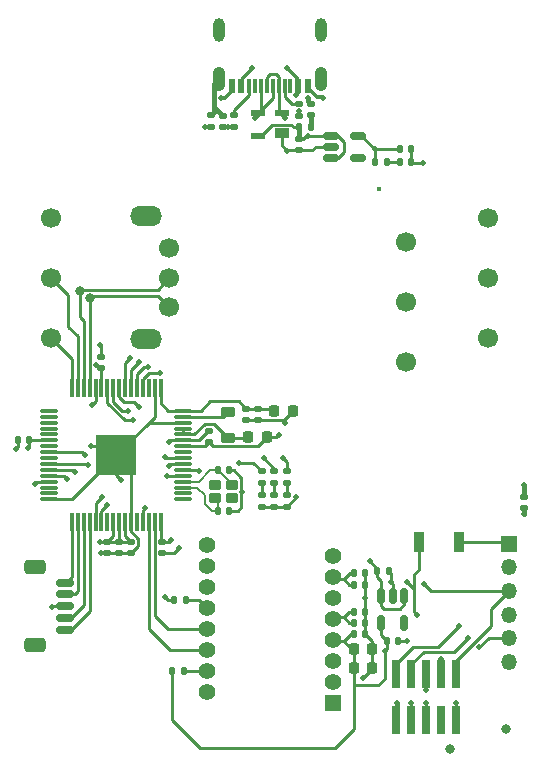
<source format=gbr>
%TF.GenerationSoftware,KiCad,Pcbnew,6.0.9+dfsg-1*%
%TF.CreationDate,2023-01-18T23:30:58-08:00*%
%TF.ProjectId,redshift,72656473-6869-4667-942e-6b696361645f,0.2*%
%TF.SameCoordinates,Original*%
%TF.FileFunction,Copper,L1,Top*%
%TF.FilePolarity,Positive*%
%FSLAX46Y46*%
G04 Gerber Fmt 4.6, Leading zero omitted, Abs format (unit mm)*
G04 Created by KiCad (PCBNEW 6.0.9+dfsg-1) date 2023-01-18 23:30:58*
%MOMM*%
%LPD*%
G01*
G04 APERTURE LIST*
G04 Aperture macros list*
%AMRoundRect*
0 Rectangle with rounded corners*
0 $1 Rounding radius*
0 $2 $3 $4 $5 $6 $7 $8 $9 X,Y pos of 4 corners*
0 Add a 4 corners polygon primitive as box body*
4,1,4,$2,$3,$4,$5,$6,$7,$8,$9,$2,$3,0*
0 Add four circle primitives for the rounded corners*
1,1,$1+$1,$2,$3*
1,1,$1+$1,$4,$5*
1,1,$1+$1,$6,$7*
1,1,$1+$1,$8,$9*
0 Add four rect primitives between the rounded corners*
20,1,$1+$1,$2,$3,$4,$5,0*
20,1,$1+$1,$4,$5,$6,$7,0*
20,1,$1+$1,$6,$7,$8,$9,0*
20,1,$1+$1,$8,$9,$2,$3,0*%
G04 Aperture macros list end*
%TA.AperFunction,SMDPad,CuDef*%
%ADD10RoundRect,0.225000X-0.225000X-0.250000X0.225000X-0.250000X0.225000X0.250000X-0.225000X0.250000X0*%
%TD*%
%TA.AperFunction,SMDPad,CuDef*%
%ADD11RoundRect,0.135000X0.185000X-0.135000X0.185000X0.135000X-0.185000X0.135000X-0.185000X-0.135000X0*%
%TD*%
%TA.AperFunction,SMDPad,CuDef*%
%ADD12RoundRect,0.147500X0.147500X0.172500X-0.147500X0.172500X-0.147500X-0.172500X0.147500X-0.172500X0*%
%TD*%
%TA.AperFunction,SMDPad,CuDef*%
%ADD13RoundRect,0.140000X0.140000X0.170000X-0.140000X0.170000X-0.140000X-0.170000X0.140000X-0.170000X0*%
%TD*%
%TA.AperFunction,SMDPad,CuDef*%
%ADD14RoundRect,0.140000X-0.170000X0.140000X-0.170000X-0.140000X0.170000X-0.140000X0.170000X0.140000X0*%
%TD*%
%TA.AperFunction,SMDPad,CuDef*%
%ADD15RoundRect,0.140000X-0.140000X-0.170000X0.140000X-0.170000X0.140000X0.170000X-0.140000X0.170000X0*%
%TD*%
%TA.AperFunction,ComponentPad*%
%ADD16C,1.700000*%
%TD*%
%TA.AperFunction,ComponentPad*%
%ADD17O,2.700000X1.700000*%
%TD*%
%TA.AperFunction,SMDPad,CuDef*%
%ADD18R,0.600000X1.150000*%
%TD*%
%TA.AperFunction,SMDPad,CuDef*%
%ADD19R,0.300000X1.150000*%
%TD*%
%TA.AperFunction,ComponentPad*%
%ADD20O,1.050000X2.100000*%
%TD*%
%TA.AperFunction,ComponentPad*%
%ADD21O,1.000000X2.000000*%
%TD*%
%TA.AperFunction,SMDPad,CuDef*%
%ADD22RoundRect,0.218750X-0.381250X0.218750X-0.381250X-0.218750X0.381250X-0.218750X0.381250X0.218750X0*%
%TD*%
%TA.AperFunction,SMDPad,CuDef*%
%ADD23RoundRect,0.147500X-0.172500X0.147500X-0.172500X-0.147500X0.172500X-0.147500X0.172500X0.147500X0*%
%TD*%
%TA.AperFunction,SMDPad,CuDef*%
%ADD24RoundRect,0.150000X-0.150000X0.512500X-0.150000X-0.512500X0.150000X-0.512500X0.150000X0.512500X0*%
%TD*%
%TA.AperFunction,SMDPad,CuDef*%
%ADD25RoundRect,0.140000X0.170000X-0.140000X0.170000X0.140000X-0.170000X0.140000X-0.170000X-0.140000X0*%
%TD*%
%TA.AperFunction,SMDPad,CuDef*%
%ADD26RoundRect,0.127500X-0.347500X-0.297500X0.347500X-0.297500X0.347500X0.297500X-0.347500X0.297500X0*%
%TD*%
%TA.AperFunction,SMDPad,CuDef*%
%ADD27RoundRect,0.127500X0.347500X0.297500X-0.347500X0.297500X-0.347500X-0.297500X0.347500X-0.297500X0*%
%TD*%
%TA.AperFunction,SMDPad,CuDef*%
%ADD28RoundRect,0.150000X-0.512500X-0.150000X0.512500X-0.150000X0.512500X0.150000X-0.512500X0.150000X0*%
%TD*%
%TA.AperFunction,SMDPad,CuDef*%
%ADD29RoundRect,0.011200X0.128800X-0.723800X0.128800X0.723800X-0.128800X0.723800X-0.128800X-0.723800X0*%
%TD*%
%TA.AperFunction,SMDPad,CuDef*%
%ADD30RoundRect,0.050400X0.684600X-0.089600X0.684600X0.089600X-0.684600X0.089600X-0.684600X-0.089600X0*%
%TD*%
%TA.AperFunction,SMDPad,CuDef*%
%ADD31R,3.410000X3.410000*%
%TD*%
%TA.AperFunction,SMDPad,CuDef*%
%ADD32RoundRect,0.135000X-0.135000X-0.185000X0.135000X-0.185000X0.135000X0.185000X-0.135000X0.185000X0*%
%TD*%
%TA.AperFunction,SMDPad,CuDef*%
%ADD33R,0.900000X1.700000*%
%TD*%
%TA.AperFunction,SMDPad,CuDef*%
%ADD34RoundRect,0.135000X-0.185000X0.135000X-0.185000X-0.135000X0.185000X-0.135000X0.185000X0.135000X0*%
%TD*%
%TA.AperFunction,SMDPad,CuDef*%
%ADD35RoundRect,0.150000X0.625000X-0.150000X0.625000X0.150000X-0.625000X0.150000X-0.625000X-0.150000X0*%
%TD*%
%TA.AperFunction,SMDPad,CuDef*%
%ADD36RoundRect,0.250000X0.650000X-0.350000X0.650000X0.350000X-0.650000X0.350000X-0.650000X-0.350000X0*%
%TD*%
%TA.AperFunction,SMDPad,CuDef*%
%ADD37R,0.740000X2.400000*%
%TD*%
%TA.AperFunction,ComponentPad*%
%ADD38R,1.350000X1.350000*%
%TD*%
%TA.AperFunction,ComponentPad*%
%ADD39O,1.350000X1.350000*%
%TD*%
%TA.AperFunction,SMDPad,CuDef*%
%ADD40R,1.168400X0.889000*%
%TD*%
%TA.AperFunction,SMDPad,CuDef*%
%ADD41R,1.168400X0.482600*%
%TD*%
%TA.AperFunction,ComponentPad*%
%ADD42R,1.400000X1.400000*%
%TD*%
%TA.AperFunction,ComponentPad*%
%ADD43C,1.400000*%
%TD*%
%TA.AperFunction,SMDPad,CuDef*%
%ADD44RoundRect,0.147500X0.172500X-0.147500X0.172500X0.147500X-0.172500X0.147500X-0.172500X-0.147500X0*%
%TD*%
%TA.AperFunction,ViaPad*%
%ADD45C,0.450000*%
%TD*%
%TA.AperFunction,ViaPad*%
%ADD46C,0.500000*%
%TD*%
%TA.AperFunction,ViaPad*%
%ADD47C,0.800000*%
%TD*%
%TA.AperFunction,Conductor*%
%ADD48C,0.250000*%
%TD*%
%TA.AperFunction,Conductor*%
%ADD49C,0.200000*%
%TD*%
%TA.AperFunction,Conductor*%
%ADD50C,0.450000*%
%TD*%
%TA.AperFunction,Conductor*%
%ADD51C,0.350000*%
%TD*%
%TA.AperFunction,Conductor*%
%ADD52C,0.400000*%
%TD*%
G04 APERTURE END LIST*
D10*
%TO.P,C25,1*%
%TO.N,+1V9*%
X144625000Y-111000000D03*
%TO.P,C25,2*%
%TO.N,GND*%
X146175000Y-111000000D03*
%TD*%
D11*
%TO.P,R6,1*%
%TO.N,+3V3*%
X136850000Y-97385000D03*
%TO.P,R6,2*%
%TO.N,Net-(D4-Pad2)*%
X136850000Y-96365000D03*
%TD*%
D12*
%TO.P,FB1,1*%
%TO.N,/VBUS_F_*%
X140985000Y-65250000D03*
%TO.P,FB1,2*%
%TO.N,+5V*%
X140015000Y-65250000D03*
%TD*%
D13*
%TO.P,C24,1*%
%TO.N,+3V3*%
X117105000Y-91750000D03*
%TO.P,C24,2*%
%TO.N,GND*%
X116145000Y-91750000D03*
%TD*%
D10*
%TO.P,C11,1*%
%TO.N,/VBAT*%
X137900000Y-89300000D03*
%TO.P,C11,2*%
%TO.N,+3V3*%
X139450000Y-89300000D03*
%TD*%
D11*
%TO.P,R5,1*%
%TO.N,+3V3*%
X138950000Y-97385000D03*
%TO.P,R5,2*%
%TO.N,Net-(D3-Pad2)*%
X138950000Y-96365000D03*
%TD*%
D14*
%TO.P,C13,1*%
%TO.N,/VBAT*%
X135475000Y-89070000D03*
%TO.P,C13,2*%
%TO.N,+3V3*%
X135475000Y-90030000D03*
%TD*%
D15*
%TO.P,C10,1*%
%TO.N,+3V3*%
X148520000Y-67100000D03*
%TO.P,C10,2*%
%TO.N,GND*%
X149480000Y-67100000D03*
%TD*%
D14*
%TO.P,C8,1*%
%TO.N,+5V*%
X140000000Y-66250000D03*
%TO.P,C8,2*%
%TO.N,GND*%
X140000000Y-67210000D03*
%TD*%
D16*
%TO.P,ENC1,A,A*%
%TO.N,/ENC_A*%
X129000000Y-80500000D03*
%TO.P,ENC1,B,B*%
%TO.N,/ENC_B*%
X129000000Y-78000000D03*
%TO.P,ENC1,C,C*%
%TO.N,GND*%
X129000000Y-75500000D03*
D17*
%TO.P,ENC1,MP*%
%TO.N,N/C*%
X127000000Y-72800000D03*
X127000000Y-83200000D03*
%TD*%
D10*
%TO.P,C14,1*%
%TO.N,/1v2*%
X135675000Y-91500000D03*
%TO.P,C14,2*%
%TO.N,GND*%
X137225000Y-91500000D03*
%TD*%
%TO.P,C20,1*%
%TO.N,+1V9*%
X144625000Y-109400000D03*
%TO.P,C20,2*%
%TO.N,GND*%
X146175000Y-109400000D03*
%TD*%
D18*
%TO.P,J1,A1,GND*%
%TO.N,GND*%
X140700000Y-61755000D03*
%TO.P,J1,A4,VBUS*%
%TO.N,/VBUS_*%
X139900000Y-61755000D03*
D19*
%TO.P,J1,A5,CC1*%
%TO.N,Net-(J1-PadA5)*%
X138750000Y-61755000D03*
%TO.P,J1,A6,D+*%
%TO.N,/USB_D+*%
X137750000Y-61755000D03*
%TO.P,J1,A7,D-*%
%TO.N,/USB_D-*%
X137250000Y-61755000D03*
%TO.P,J1,A8,SBU1*%
%TO.N,unconnected-(J1-PadA8)*%
X136250000Y-61755000D03*
D18*
%TO.P,J1,A9,VBUS*%
%TO.N,/VBUS_*%
X135100000Y-61755000D03*
%TO.P,J1,A12,GND*%
%TO.N,GND*%
X134300000Y-61755000D03*
%TO.P,J1,B1,GND*%
X134300000Y-61755000D03*
%TO.P,J1,B4,VBUS*%
%TO.N,/VBUS_*%
X135100000Y-61755000D03*
D19*
%TO.P,J1,B5,CC2*%
%TO.N,Net-(J1-PadB5)*%
X135750000Y-61755000D03*
%TO.P,J1,B6,D+*%
%TO.N,/USB_D+*%
X136750000Y-61755000D03*
%TO.P,J1,B7,D-*%
%TO.N,/USB_D-*%
X138250000Y-61755000D03*
%TO.P,J1,B8,SBU2*%
%TO.N,unconnected-(J1-PadB8)*%
X139250000Y-61755000D03*
D18*
%TO.P,J1,B9,VBUS*%
%TO.N,/VBUS_*%
X139900000Y-61755000D03*
%TO.P,J1,B12,GND*%
%TO.N,GND*%
X140700000Y-61755000D03*
D20*
%TO.P,J1,S1,SHIELD*%
%TO.N,/SH*%
X141820000Y-61180000D03*
D21*
%TO.P,J1,S2,SHIELD*%
X141820000Y-57000000D03*
%TO.P,J1,S3,SHIELD*%
X133180000Y-57000000D03*
D20*
%TO.P,J1,S4,SHIELD*%
X133180000Y-61180000D03*
%TD*%
D22*
%TO.P,L1,1,1*%
%TO.N,/_1v2*%
X133925000Y-89387500D03*
%TO.P,L1,2,2*%
%TO.N,/1v2*%
X133925000Y-91512500D03*
%TD*%
D23*
%TO.P,D4,1,K*%
%TO.N,/USER_LED*%
X136850000Y-94390000D03*
%TO.P,D4,2,A*%
%TO.N,Net-(D4-Pad2)*%
X136850000Y-95360000D03*
%TD*%
D15*
%TO.P,C2,1*%
%TO.N,+5V*%
X146620000Y-102800000D03*
%TO.P,C2,2*%
%TO.N,GND*%
X147580000Y-102800000D03*
%TD*%
D24*
%TO.P,U3,1,EN*%
%TO.N,+5V*%
X148850000Y-104962500D03*
%TO.P,U3,2,GND*%
%TO.N,GND*%
X147900000Y-104962500D03*
%TO.P,U3,3,IN*%
%TO.N,+5V*%
X146950000Y-104962500D03*
%TO.P,U3,4,OUT*%
%TO.N,+1V9*%
X146950000Y-107237500D03*
%TO.P,U3,5,NC*%
%TO.N,unconnected-(U3-Pad5)*%
X148850000Y-107237500D03*
%TD*%
D25*
%TO.P,C4,1*%
%TO.N,+3V3*%
X123250000Y-85655000D03*
%TO.P,C4,2*%
%TO.N,GND*%
X123250000Y-84695000D03*
%TD*%
D15*
%TO.P,C15,1*%
%TO.N,/XTAL+*%
X133120000Y-94300000D03*
%TO.P,C15,2*%
%TO.N,GND*%
X134080000Y-94300000D03*
%TD*%
D11*
%TO.P,R4,1*%
%TO.N,+3V3*%
X137900000Y-97385000D03*
%TO.P,R4,2*%
%TO.N,Net-(D2-Pad2)*%
X137900000Y-96365000D03*
%TD*%
D26*
%TO.P,Y1,1,1*%
%TO.N,/XTAL+*%
X134300000Y-95500000D03*
D27*
%TO.P,Y1,2,2*%
%TO.N,unconnected-(Y1-Pad2)*%
X132850000Y-95500000D03*
%TO.P,Y1,3,3*%
%TO.N,/XTAL-*%
X132850000Y-96650000D03*
%TO.P,Y1,4*%
%TO.N,N/C*%
X134300000Y-96650000D03*
%TD*%
D14*
%TO.P,C1,1*%
%TO.N,/SH*%
X133500000Y-64270000D03*
%TO.P,C1,2*%
%TO.N,GND*%
X133500000Y-65230000D03*
%TD*%
D28*
%TO.P,U2,1,VIN*%
%TO.N,+5V*%
X142662500Y-65950000D03*
%TO.P,U2,2,GND*%
%TO.N,GND*%
X142662500Y-66900000D03*
%TO.P,U2,3,EN*%
%TO.N,+5V*%
X142662500Y-67850000D03*
%TO.P,U2,4*%
%TO.N,N/C*%
X144937500Y-67850000D03*
%TO.P,U2,5,VOUT*%
%TO.N,+3V3*%
X144937500Y-65950000D03*
%TD*%
D29*
%TO.P,U4,1,PIO0_7*%
%TO.N,/SW5_NO*%
X120750000Y-98670000D03*
%TO.P,U4,2,PIO0_1*%
%TO.N,/SW5_NC*%
X121250000Y-98670000D03*
%TO.P,U4,3,PIO0_17*%
%TO.N,/SW4_NC*%
X121750000Y-98670000D03*
%TO.P,U4,4,PIO1_0/ADC0_11*%
%TO.N,/SW4_NO*%
X122250000Y-98670000D03*
%TO.P,U4,5,PIO0_12/ADC0_10*%
%TO.N,/SWDIO*%
X122750000Y-98670000D03*
%TO.P,U4,6,PIO0_11/ADC0_9*%
%TO.N,/SWCLK*%
X123250000Y-98670000D03*
%TO.P,U4,7,PIO0_16/ADC0_8*%
%TO.N,unconnected-(U4-Pad7)*%
X123750000Y-98670000D03*
%TO.P,U4,8,VDD_1*%
%TO.N,+3V3*%
X124250000Y-98670000D03*
%TO.P,U4,9,VDDA*%
X124750000Y-98670000D03*
%TO.P,U4,10,VREFP*%
X125250000Y-98670000D03*
%TO.P,U4,11,VSSA*%
%TO.N,GND*%
X125750000Y-98670000D03*
%TO.P,U4,12,PIO0_23/ADC0_0*%
%TO.N,unconnected-(U4-Pad12)*%
X126250000Y-98670000D03*
%TO.P,U4,13,PIO0_10/ADC0_1*%
%TO.N,/SWO*%
X126750000Y-98670000D03*
%TO.P,U4,14,PIO0_15/ADC0_2*%
%TO.N,/SNSR_RST*%
X127250000Y-98670000D03*
%TO.P,U4,15,PIO0_31/ADC0_3*%
%TO.N,/FC0_CS1*%
X127750000Y-98670000D03*
%TO.P,U4,16,VDD_2*%
%TO.N,+3V3*%
X128250000Y-98670000D03*
D30*
%TO.P,U4,17,PIO0_8*%
%TO.N,unconnected-(U4-Pad17)*%
X130170000Y-96750000D03*
%TO.P,U4,18,PIO0_27*%
%TO.N,unconnected-(U4-Pad18)*%
X130170000Y-96250000D03*
%TO.P,U4,19,XTAL32M_N*%
%TO.N,/XTAL-*%
X130170000Y-95750000D03*
%TO.P,U4,20,XTAL32M_P*%
%TO.N,/XTAL+*%
X130170000Y-95250000D03*
%TO.P,U4,21,RESETN*%
%TO.N,/RESET*%
X130170000Y-94750000D03*
%TO.P,U4,22,USB1_VSS*%
%TO.N,GND*%
X130170000Y-94250000D03*
%TO.P,U4,23,USB1_DP*%
%TO.N,/USB_D+*%
X130170000Y-93750000D03*
%TO.P,U4,24,USB1_DM*%
%TO.N,/USB_D-*%
X130170000Y-93250000D03*
%TO.P,U4,25,USB1_VBUS*%
%TO.N,unconnected-(U4-Pad25)*%
X130170000Y-92750000D03*
%TO.P,U4,26,USB1_VSS*%
%TO.N,GND*%
X130170000Y-92250000D03*
%TO.P,U4,27,USB1_3V3*%
%TO.N,+3V3*%
X130170000Y-91750000D03*
%TO.P,U4,28,VDD_PMU*%
%TO.N,/1v2*%
X130170000Y-91250000D03*
%TO.P,U4,29,FB*%
X130170000Y-90750000D03*
%TO.P,U4,30,VSS_DCDC*%
%TO.N,GND*%
X130170000Y-90250000D03*
%TO.P,U4,31,LX*%
%TO.N,/_1v2*%
X130170000Y-89750000D03*
%TO.P,U4,32,VBAT_DCDC*%
%TO.N,/VBAT*%
X130170000Y-89250000D03*
D29*
%TO.P,U4,33,VBAT__PMU*%
X128250000Y-87330000D03*
%TO.P,U4,34,XTAL32K_P*%
%TO.N,GND*%
X127750000Y-87330000D03*
%TO.P,U4,35,XTAL32K_N*%
%TO.N,unconnected-(U4-Pad35)*%
X127250000Y-87330000D03*
%TO.P,U4,36,PIO0_0/_ACMP0_A*%
%TO.N,/SW2_R_NC*%
X126750000Y-87330000D03*
%TO.P,U4,37,PIO0_9/ACMP0_B*%
%TO.N,/SW2_R_NO*%
X126250000Y-87330000D03*
%TO.P,U4,38,PIO0_18/ACMP0_C*%
%TO.N,/SW3_M_NC*%
X125750000Y-87330000D03*
%TO.P,U4,39,PIO1_1/WAKEUP*%
%TO.N,/SW3_M_NO*%
X125250000Y-87330000D03*
%TO.P,U4,40,PIO0_26*%
%TO.N,/FAULT_LED*%
X124750000Y-87330000D03*
%TO.P,U4,41,PIO1_2*%
%TO.N,/USB1_LED*%
X124250000Y-87330000D03*
%TO.P,U4,42,PIO1_3*%
%TO.N,/USER_LED*%
X123750000Y-87330000D03*
%TO.P,U4,43,VDD_3*%
%TO.N,+3V3*%
X123250000Y-87330000D03*
%TO.P,U4,44,PIO0_28/WAKEUP*%
%TO.N,/FC0_SCK*%
X122750000Y-87330000D03*
%TO.P,U4,45,PIO0_24*%
%TO.N,/ENC_A*%
X122250000Y-87330000D03*
%TO.P,U4,46,PIO0_13*%
%TO.N,/ENC_B*%
X121750000Y-87330000D03*
%TO.P,U4,47,PIO0_14*%
%TO.N,/SW1_L_NO*%
X121250000Y-87330000D03*
%TO.P,U4,48,PIO0_20*%
%TO.N,/SW1_L_NC*%
X120750000Y-87330000D03*
D30*
%TO.P,U4,49,PIO0_21*%
%TO.N,unconnected-(U4-Pad49)*%
X118830000Y-89250000D03*
%TO.P,U4,50,PIO0_22*%
%TO.N,unconnected-(U4-Pad50)*%
X118830000Y-89750000D03*
%TO.P,U4,51,PIO0_25*%
%TO.N,unconnected-(U4-Pad51)*%
X118830000Y-90250000D03*
%TO.P,U4,52,PIO0_2/TRST*%
%TO.N,unconnected-(U4-Pad52)*%
X118830000Y-90750000D03*
%TO.P,U4,53,PIO0_3/TCK*%
%TO.N,unconnected-(U4-Pad53)*%
X118830000Y-91250000D03*
%TO.P,U4,54,VDD_4*%
%TO.N,+3V3*%
X118830000Y-91750000D03*
%TO.P,U4,55,PIO0_4/TMS*%
%TO.N,unconnected-(U4-Pad55)*%
X118830000Y-92250000D03*
%TO.P,U4,56,PIO0_5/TDI*%
%TO.N,/ISP*%
X118830000Y-92750000D03*
%TO.P,U4,57,PIO0_6/TDO*%
%TO.N,unconnected-(U4-Pad57)*%
X118830000Y-93250000D03*
%TO.P,U4,58,PIO0_19*%
%TO.N,/SNSR_MTN*%
X118830000Y-93750000D03*
%TO.P,U4,59,PIO0_29*%
%TO.N,/FC0_MOSI*%
X118830000Y-94250000D03*
%TO.P,U4,60,PIO0_30*%
%TO.N,/FC0_MISO*%
X118830000Y-94750000D03*
%TO.P,U4,61,USB0_3V3*%
%TO.N,+3V3*%
X118830000Y-95250000D03*
%TO.P,U4,62,USB0_DP*%
%TO.N,unconnected-(U4-Pad62)*%
X118830000Y-95750000D03*
%TO.P,U4,63,USB0_DM*%
%TO.N,unconnected-(U4-Pad63)*%
X118830000Y-96250000D03*
%TO.P,U4,64,USB0_VSS*%
%TO.N,GND*%
X118830000Y-96750000D03*
D31*
%TO.P,U4,65,VSS*%
X124500000Y-93000000D03*
%TD*%
D15*
%TO.P,C23,1*%
%TO.N,/XTAL-*%
X133095000Y-97750000D03*
%TO.P,C23,2*%
%TO.N,GND*%
X134055000Y-97750000D03*
%TD*%
D14*
%TO.P,C6,1*%
%TO.N,+3V3*%
X123750000Y-100345000D03*
%TO.P,C6,2*%
%TO.N,GND*%
X123750000Y-101305000D03*
%TD*%
%TO.P,C12,1*%
%TO.N,/VBAT*%
X136475000Y-89070000D03*
%TO.P,C12,2*%
%TO.N,+3V3*%
X136475000Y-90030000D03*
%TD*%
D32*
%TO.P,R7,1*%
%TO.N,+1V9*%
X129240000Y-111300000D03*
%TO.P,R7,2*%
%TO.N,Net-(R7-Pad2)*%
X130260000Y-111300000D03*
%TD*%
D23*
%TO.P,D3,1,K*%
%TO.N,/FAULT_LED*%
X138950000Y-94390000D03*
%TO.P,D3,2,A*%
%TO.N,Net-(D3-Pad2)*%
X138950000Y-95360000D03*
%TD*%
D33*
%TO.P,SW4,1,1*%
%TO.N,/ISP*%
X150100000Y-100350000D03*
%TO.P,SW4,2,2*%
%TO.N,GND*%
X153500000Y-100350000D03*
%TD*%
D15*
%TO.P,C22,1*%
%TO.N,Net-(C21-Pad1)*%
X144620000Y-106250000D03*
%TO.P,C22,2*%
%TO.N,GND*%
X145580000Y-106250000D03*
%TD*%
D23*
%TO.P,D2,1,K*%
%TO.N,/USB1_LED*%
X137900000Y-94390000D03*
%TO.P,D2,2,A*%
%TO.N,Net-(D2-Pad2)*%
X137900000Y-95360000D03*
%TD*%
%TO.P,D7,1,K*%
%TO.N,/VBUS_*%
X159000000Y-96515000D03*
%TO.P,D7,2,A*%
%TO.N,/DBG_VIN*%
X159000000Y-97485000D03*
%TD*%
D16*
%TO.P,SW3,1,C*%
%TO.N,GND*%
X149000000Y-74920000D03*
%TO.P,SW3,2,NO*%
%TO.N,/SW3_M_NO*%
X149000000Y-80000000D03*
%TO.P,SW3,3,NC*%
%TO.N,/SW3_M_NC*%
X149000000Y-85080000D03*
%TD*%
D14*
%TO.P,C9,1*%
%TO.N,+3V3*%
X132375000Y-90970000D03*
%TO.P,C9,2*%
%TO.N,GND*%
X132375000Y-91930000D03*
%TD*%
D34*
%TO.P,R1,1*%
%TO.N,/SH*%
X132500000Y-64240000D03*
%TO.P,R1,2*%
%TO.N,GND*%
X132500000Y-65260000D03*
%TD*%
D14*
%TO.P,C3,1*%
%TO.N,+3V3*%
X128350000Y-100345000D03*
%TO.P,C3,2*%
%TO.N,GND*%
X128350000Y-101305000D03*
%TD*%
D11*
%TO.P,R2,1*%
%TO.N,GND*%
X140000000Y-64260000D03*
%TO.P,R2,2*%
%TO.N,Net-(J1-PadA5)*%
X140000000Y-63240000D03*
%TD*%
D12*
%TO.P,D6,1,K*%
%TO.N,GND*%
X149485000Y-68200000D03*
%TO.P,D6,2,A*%
%TO.N,Net-(D6-Pad2)*%
X148515000Y-68200000D03*
%TD*%
D13*
%TO.P,C17,1*%
%TO.N,GND*%
X145580000Y-102950000D03*
%TO.P,C17,2*%
%TO.N,+3V3*%
X144620000Y-102950000D03*
%TD*%
D15*
%TO.P,C7,1*%
%TO.N,+1V9*%
X147420000Y-108700000D03*
%TO.P,C7,2*%
%TO.N,GND*%
X148380000Y-108700000D03*
%TD*%
D14*
%TO.P,C5,1*%
%TO.N,+3V3*%
X124750000Y-100345000D03*
%TO.P,C5,2*%
%TO.N,GND*%
X124750000Y-101305000D03*
%TD*%
%TO.P,C16,1*%
%TO.N,+3V3*%
X125750000Y-100345000D03*
%TO.P,C16,2*%
%TO.N,GND*%
X125750000Y-101305000D03*
%TD*%
D32*
%TO.P,R8,1*%
%TO.N,+3V3*%
X129365000Y-105300000D03*
%TO.P,R8,2*%
%TO.N,/FC0_MISO*%
X130385000Y-105300000D03*
%TD*%
D35*
%TO.P,J2,1,Pin_1*%
%TO.N,/SW4_NO*%
X120125000Y-107800000D03*
%TO.P,J2,2,Pin_2*%
%TO.N,/SW4_NC*%
X120125000Y-106800000D03*
%TO.P,J2,3,Pin_3*%
%TO.N,GND*%
X120125000Y-105800000D03*
%TO.P,J2,4,Pin_4*%
%TO.N,/SW5_NC*%
X120125000Y-104800000D03*
%TO.P,J2,5,Pin_5*%
%TO.N,/SW5_NO*%
X120125000Y-103800000D03*
D36*
%TO.P,J2,MP*%
%TO.N,N/C*%
X117600000Y-109100000D03*
X117600000Y-102500000D03*
%TD*%
D37*
%TO.P,J4,1,VTref*%
%TO.N,/DBG_VIN*%
X148210000Y-115450000D03*
%TO.P,J4,2,SWDIO/TMS*%
%TO.N,/SWDIO*%
X148210000Y-111550000D03*
%TO.P,J4,3,GND*%
%TO.N,GND*%
X149480000Y-115450000D03*
%TO.P,J4,4,SWDCLK/TCK*%
%TO.N,/SWCLK*%
X149480000Y-111550000D03*
%TO.P,J4,5,GND*%
%TO.N,GND*%
X150750000Y-115450000D03*
%TO.P,J4,6,SWO/TDO*%
%TO.N,/SWO*%
X150750000Y-111550000D03*
%TO.P,J4,7,KEY*%
%TO.N,unconnected-(J4-Pad7)*%
X152020000Y-115450000D03*
%TO.P,J4,8,NC/TDI*%
%TO.N,/ISP*%
X152020000Y-111550000D03*
%TO.P,J4,9,GNDDetect*%
%TO.N,GND*%
X153290000Y-115450000D03*
%TO.P,J4,10,~{RESET}*%
%TO.N,/RESET*%
X153290000Y-111550000D03*
%TD*%
D38*
%TO.P,J3,1,Pin_1*%
%TO.N,GND*%
X157750000Y-100500000D03*
D39*
%TO.P,J3,2,Pin_2*%
%TO.N,/DBG_VIN*%
X157750000Y-102500000D03*
%TO.P,J3,3,Pin_3*%
%TO.N,/RESET*%
X157750000Y-104500000D03*
%TO.P,J3,4,Pin_4*%
%TO.N,/SWDIO*%
X157750000Y-106500000D03*
%TO.P,J3,5,Pin_5*%
%TO.N,/SWO*%
X157750000Y-108500000D03*
%TO.P,J3,6,Pin_6*%
%TO.N,/SWCLK*%
X157750000Y-110500000D03*
%TD*%
D13*
%TO.P,C18,1*%
%TO.N,GND*%
X145580000Y-104000000D03*
%TO.P,C18,2*%
%TO.N,+3V3*%
X144620000Y-104000000D03*
%TD*%
D40*
%TO.P,D1,1,GND*%
%TO.N,GND*%
X138516343Y-65746800D03*
D41*
%TO.P,D1,2,I/O1*%
%TO.N,/USB_D-*%
X138516343Y-64050000D03*
%TO.P,D1,3,I/O2*%
%TO.N,/USB_D+*%
X136484343Y-64049999D03*
%TO.P,D1,4,VCC*%
%TO.N,+5V*%
X136484343Y-65950001D03*
%TD*%
D42*
%TO.P,U1,1*%
%TO.N,N/C*%
X142850000Y-113985000D03*
D43*
%TO.P,U1,2*%
X142850000Y-112205000D03*
%TO.P,U1,3,GND*%
%TO.N,GND*%
X142850000Y-110425000D03*
%TO.P,U1,4,VDD*%
%TO.N,+1V9*%
X142850000Y-108645000D03*
%TO.P,U1,5,VDDPIX*%
%TO.N,Net-(C21-Pad1)*%
X142850000Y-106865000D03*
%TO.P,U1,6,GPO*%
%TO.N,unconnected-(U1-Pad6)*%
X142850000Y-105085000D03*
%TO.P,U1,7,VDDIO*%
%TO.N,+3V3*%
X142850000Y-103305000D03*
%TO.P,U1,8,GND*%
%TO.N,GND*%
X142850000Y-101525000D03*
%TO.P,U1,9,MOTION*%
%TO.N,/SNSR_MTN*%
X132150000Y-100635000D03*
%TO.P,U1,10,SCLK*%
%TO.N,/FC0_SCK*%
X132150000Y-102415000D03*
%TO.P,U1,11,MOSI*%
%TO.N,/FC0_MOSI*%
X132150000Y-104195000D03*
%TO.P,U1,12,MISO*%
%TO.N,/FC0_MISO*%
X132150000Y-105975000D03*
%TO.P,U1,13,~{CS}*%
%TO.N,/FC0_CS1*%
X132150000Y-107755000D03*
%TO.P,U1,14,~{RESET}*%
%TO.N,/SNSR_RST*%
X132150000Y-109535000D03*
%TO.P,U1,15,LED_P*%
%TO.N,Net-(R7-Pad2)*%
X132150000Y-111315000D03*
%TO.P,U1,16*%
%TO.N,N/C*%
X132150000Y-113095000D03*
%TD*%
D15*
%TO.P,C19,1*%
%TO.N,+1V9*%
X144620000Y-108150000D03*
%TO.P,C19,2*%
%TO.N,GND*%
X145580000Y-108150000D03*
%TD*%
D16*
%TO.P,SW2,1,C*%
%TO.N,GND*%
X156000000Y-72920000D03*
%TO.P,SW2,2,NO*%
%TO.N,/SW2_R_NO*%
X156000000Y-78000000D03*
%TO.P,SW2,3,NC*%
%TO.N,/SW2_R_NC*%
X156000000Y-83080000D03*
%TD*%
D44*
%TO.P,F1,1*%
%TO.N,/VBUS_F_*%
X141000000Y-64235000D03*
%TO.P,F1,2*%
%TO.N,/VBUS_*%
X141000000Y-63265000D03*
%TD*%
D32*
%TO.P,R13,1*%
%TO.N,+3V3*%
X146390000Y-68200000D03*
%TO.P,R13,2*%
%TO.N,Net-(D6-Pad2)*%
X147410000Y-68200000D03*
%TD*%
D15*
%TO.P,C21,1*%
%TO.N,Net-(C21-Pad1)*%
X144620000Y-107200000D03*
%TO.P,C21,2*%
%TO.N,GND*%
X145580000Y-107200000D03*
%TD*%
D16*
%TO.P,SW1,1,C*%
%TO.N,GND*%
X119000000Y-72920000D03*
%TO.P,SW1,2,NO*%
%TO.N,/SW1_L_NO*%
X119000000Y-78000000D03*
%TO.P,SW1,3,NC*%
%TO.N,/SW1_L_NC*%
X119000000Y-83080000D03*
%TD*%
D11*
%TO.P,R3,1*%
%TO.N,GND*%
X134500000Y-65260000D03*
%TO.P,R3,2*%
%TO.N,Net-(J1-PadB5)*%
X134500000Y-64240000D03*
%TD*%
D45*
%TO.N,+5V*%
X146750000Y-70500000D03*
D46*
X140700000Y-66000000D03*
X146000000Y-102000000D03*
%TO.N,+3V3*%
X138800000Y-90325000D03*
X129150000Y-100225000D03*
X122774500Y-85400000D03*
X146400000Y-67100000D03*
X129000000Y-91925000D03*
X123155000Y-100345000D03*
X117025000Y-92400000D03*
X117625000Y-95425000D03*
X128625000Y-105050000D03*
X139750000Y-96575000D03*
D47*
X157475000Y-116175000D03*
D46*
%TO.N,+1V9*%
X147250000Y-109550000D03*
%TO.N,/USB_D+*%
X136250000Y-64500000D03*
X128975000Y-93925000D03*
%TO.N,/USB_D-*%
X138750000Y-64500000D03*
X128600000Y-93175000D03*
%TO.N,/VBUS_*%
X136000000Y-60250000D03*
X159000000Y-95500000D03*
X140718767Y-62781233D03*
X139000000Y-60250000D03*
X139759355Y-62504544D03*
%TO.N,/USB1_LED*%
X137025000Y-93275000D03*
X125500000Y-89250000D03*
%TO.N,/RESET*%
X150550000Y-103900000D03*
X128825000Y-94800000D03*
%TO.N,GND*%
X142000000Y-62750000D03*
X129825000Y-100850000D03*
X134000000Y-65250000D03*
X131525000Y-94350000D03*
X150750000Y-114000000D03*
X139000000Y-67250000D03*
X119025000Y-105825000D03*
D47*
X152750000Y-117875000D03*
D46*
X138250000Y-91275000D03*
X153250000Y-114000000D03*
X150500000Y-68250000D03*
X145400000Y-111900000D03*
X149500000Y-114000000D03*
X149100000Y-108750000D03*
X123195000Y-101305000D03*
X124925000Y-95150000D03*
X140000000Y-63909500D03*
X135128530Y-96137233D03*
X116000000Y-92450000D03*
X132000000Y-65250000D03*
X147750000Y-103750000D03*
X145580000Y-105080000D03*
X123150000Y-83700000D03*
X122325000Y-92250000D03*
X133374500Y-62750000D03*
%TO.N,/FAULT_LED*%
X138625000Y-93250000D03*
X126387171Y-88904057D03*
%TO.N,/USER_LED*%
X125950000Y-90050000D03*
X134875000Y-93650000D03*
%TO.N,/SW2_R_NO*%
X127225000Y-85549500D03*
%TO.N,/SW2_R_NC*%
X128200000Y-86049500D03*
%TO.N,/SW3_M_NO*%
X125650000Y-84800000D03*
%TO.N,/SW3_M_NC*%
X126425000Y-85150000D03*
D47*
%TO.N,/ENC_B*%
X121400000Y-79075000D03*
%TO.N,/ENC_A*%
X122300000Y-79674500D03*
D46*
%TO.N,/SWO*%
X150750000Y-112874500D03*
X126925000Y-97450000D03*
X155250000Y-109274500D03*
%TO.N,/SWCLK*%
X123725000Y-97250000D03*
X154250000Y-108500000D03*
%TO.N,/SWDIO*%
X153500000Y-107500000D03*
X123275000Y-96550000D03*
%TO.N,/SNSR_MTN*%
X122125000Y-93875000D03*
%TO.N,/ISP*%
X149150000Y-103725000D03*
X150000000Y-106500000D03*
X121825000Y-92975000D03*
X152000000Y-110250000D03*
%TO.N,/DBG_VIN*%
X159000000Y-98000000D03*
X148250000Y-114000000D03*
%TO.N,/FC0_MISO*%
X120350000Y-95000000D03*
%TO.N,/FC0_SCK*%
X122450000Y-88725000D03*
%TO.N,/FC0_MOSI*%
X121024260Y-94419223D03*
%TD*%
D48*
%TO.N,GND*%
X135100000Y-96025000D02*
X135100000Y-94900000D01*
X135100000Y-94900000D02*
X134500000Y-94300000D01*
X134500000Y-94300000D02*
X134080000Y-94300000D01*
D49*
%TO.N,/XTAL+*%
X134300000Y-95500000D02*
X134300000Y-95480000D01*
X134300000Y-95480000D02*
X133120000Y-94300000D01*
X133120000Y-94300000D02*
X132471134Y-94300000D01*
X132471134Y-94300000D02*
X131521134Y-95250000D01*
X131521134Y-95250000D02*
X130170000Y-95250000D01*
D48*
%TO.N,+5V*%
X146620000Y-102800000D02*
X146620000Y-103320000D01*
X142662500Y-65950000D02*
X143250000Y-65950000D01*
X146620000Y-102620000D02*
X146620000Y-102800000D01*
X146950000Y-105750000D02*
X147200000Y-106000000D01*
X146950000Y-103650000D02*
X146950000Y-104962500D01*
D50*
X140015000Y-65250000D02*
X140015000Y-66235000D01*
D48*
X146000000Y-102000000D02*
X146620000Y-102620000D01*
X142612500Y-66000000D02*
X142662500Y-65950000D01*
X139547265Y-65250000D02*
X139325054Y-65027789D01*
X136799999Y-65950001D02*
X136434343Y-65950001D01*
X140700000Y-66000000D02*
X142612500Y-66000000D01*
X139325054Y-65027789D02*
X137722211Y-65027789D01*
D50*
X140015000Y-66235000D02*
X140000000Y-66250000D01*
D48*
X148500000Y-106000000D02*
X148850000Y-105650000D01*
X143800000Y-67300000D02*
X143250000Y-67850000D01*
X143250000Y-67850000D02*
X142662500Y-67850000D01*
X137722211Y-65027789D02*
X136799999Y-65950001D01*
X143800000Y-66500000D02*
X143800000Y-67300000D01*
X147200000Y-106000000D02*
X148500000Y-106000000D01*
X143250000Y-65950000D02*
X143800000Y-66500000D01*
X146620000Y-103320000D02*
X146950000Y-103650000D01*
X146950000Y-104962500D02*
X146950000Y-105750000D01*
X148850000Y-105650000D02*
X148850000Y-104962500D01*
X140604236Y-66000000D02*
X140700000Y-66000000D01*
X140015000Y-65250000D02*
X139547265Y-65250000D01*
X140354236Y-66250000D02*
X140604236Y-66000000D01*
%TO.N,+3V3*%
X136850000Y-97385000D02*
X137900000Y-97385000D01*
X123250000Y-85655000D02*
X123029500Y-85655000D01*
X117105000Y-92320000D02*
X117025000Y-92400000D01*
X136475000Y-90030000D02*
X135475000Y-90030000D01*
X136495000Y-90050000D02*
X136475000Y-90030000D01*
X138700000Y-90050000D02*
X136495000Y-90050000D01*
X139750000Y-96575000D02*
X139750000Y-96585000D01*
X138700000Y-90050000D02*
X138700000Y-90225000D01*
X128250000Y-100245000D02*
X128350000Y-100345000D01*
X139450000Y-89300000D02*
X138700000Y-90050000D01*
X144250000Y-104000000D02*
X143750000Y-103500000D01*
X124250000Y-99845000D02*
X124250000Y-98670000D01*
X148520000Y-67100000D02*
X146400000Y-67100000D01*
X129030000Y-100345000D02*
X128350000Y-100345000D01*
X123155000Y-100345000D02*
X123750000Y-100345000D01*
X117105000Y-91750000D02*
X118830000Y-91750000D01*
X132305000Y-90970000D02*
X132375000Y-90970000D01*
X131525000Y-91750000D02*
X132305000Y-90970000D01*
X137900000Y-97385000D02*
X138950000Y-97385000D01*
X146400000Y-67100000D02*
X146400000Y-68190000D01*
X128875000Y-105300000D02*
X128625000Y-105050000D01*
X129175000Y-91750000D02*
X130170000Y-91750000D01*
X143045000Y-103500000D02*
X142850000Y-103305000D01*
X144620000Y-104000000D02*
X144250000Y-104000000D01*
X123029500Y-85655000D02*
X122774500Y-85400000D01*
X139750000Y-96585000D02*
X138950000Y-97385000D01*
X125250000Y-98670000D02*
X125250000Y-99845000D01*
X145250000Y-65950000D02*
X146400000Y-67100000D01*
X124750000Y-100345000D02*
X125750000Y-100345000D01*
X129000000Y-91925000D02*
X129175000Y-91750000D01*
X146400000Y-68190000D02*
X146390000Y-68200000D01*
X144620000Y-102950000D02*
X144300000Y-102950000D01*
X130170000Y-91750000D02*
X131525000Y-91750000D01*
X123250000Y-87330000D02*
X123250000Y-85655000D01*
X118830000Y-95250000D02*
X117800000Y-95250000D01*
X128250000Y-98670000D02*
X128250000Y-100245000D01*
X138700000Y-90225000D02*
X138800000Y-90325000D01*
X144300000Y-102950000D02*
X143750000Y-103500000D01*
X117105000Y-91750000D02*
X117105000Y-92320000D01*
X123750000Y-100345000D02*
X124250000Y-99845000D01*
X117800000Y-95250000D02*
X117625000Y-95425000D01*
X143750000Y-103500000D02*
X143045000Y-103500000D01*
X125250000Y-99845000D02*
X125750000Y-100345000D01*
X124750000Y-100345000D02*
X124750000Y-98670000D01*
X129365000Y-105300000D02*
X128875000Y-105300000D01*
X144937500Y-65950000D02*
X145250000Y-65950000D01*
X129150000Y-100225000D02*
X129030000Y-100345000D01*
X123750000Y-100345000D02*
X124750000Y-100345000D01*
%TO.N,+1V9*%
X147250000Y-109550000D02*
X147420000Y-109380000D01*
X144625000Y-112425000D02*
X144625000Y-111825000D01*
X143050000Y-117800000D02*
X131600000Y-117800000D01*
X143050000Y-117800000D02*
X144625000Y-116225000D01*
X129240000Y-115440000D02*
X129240000Y-111300000D01*
X146700000Y-112500000D02*
X144700000Y-112500000D01*
X143750000Y-108750000D02*
X142955000Y-108750000D01*
X146950000Y-108230000D02*
X147420000Y-108700000D01*
X144400000Y-109400000D02*
X143750000Y-108750000D01*
X147420000Y-109380000D02*
X147420000Y-108700000D01*
X144700000Y-112500000D02*
X144625000Y-112425000D01*
X142955000Y-108750000D02*
X142850000Y-108645000D01*
X144350000Y-108150000D02*
X143750000Y-108750000D01*
X144625000Y-111000000D02*
X144625000Y-109400000D01*
X147250000Y-109550000D02*
X147250000Y-111950000D01*
X147250000Y-111950000D02*
X146700000Y-112500000D01*
X144625000Y-116225000D02*
X144625000Y-111825000D01*
X146950000Y-107237500D02*
X146950000Y-108230000D01*
X144625000Y-111825000D02*
X144625000Y-111000000D01*
X144620000Y-108150000D02*
X144350000Y-108150000D01*
X131600000Y-117800000D02*
X129240000Y-115440000D01*
X144625000Y-109400000D02*
X144400000Y-109400000D01*
%TO.N,/VBAT*%
X128925000Y-89250000D02*
X128250000Y-88575000D01*
X137670000Y-89070000D02*
X137900000Y-89300000D01*
X136475000Y-89070000D02*
X137670000Y-89070000D01*
X130170000Y-89250000D02*
X131650000Y-89250000D01*
X131650000Y-89250000D02*
X132450000Y-88450000D01*
X135475000Y-89070000D02*
X136475000Y-89070000D01*
X130170000Y-89250000D02*
X128925000Y-89250000D01*
X132450000Y-88450000D02*
X134855000Y-88450000D01*
X134855000Y-88450000D02*
X135475000Y-89070000D01*
X128250000Y-88575000D02*
X128250000Y-87330000D01*
%TO.N,/1v2*%
X130170000Y-91250000D02*
X131125000Y-91250000D01*
X132762500Y-90350000D02*
X133925000Y-91512500D01*
X133925000Y-91512500D02*
X135662500Y-91512500D01*
X130170000Y-90750000D02*
X130170000Y-91250000D01*
X131125000Y-91250000D02*
X132025000Y-90350000D01*
X135662500Y-91512500D02*
X135675000Y-91500000D01*
X132025000Y-90350000D02*
X132762500Y-90350000D01*
%TO.N,/USB_D+*%
X136750000Y-63784342D02*
X136484343Y-64049999D01*
X136484343Y-64049999D02*
X137750000Y-62784342D01*
X136750000Y-63750000D02*
X136750000Y-63784342D01*
X137750000Y-62784342D02*
X137750000Y-61755000D01*
X129150000Y-93750000D02*
X128975000Y-93925000D01*
X136484343Y-64049999D02*
X136484343Y-64265657D01*
X130170000Y-93750000D02*
X129150000Y-93750000D01*
X136484343Y-64265657D02*
X136250000Y-64500000D01*
X136750000Y-63750000D02*
X136750000Y-61755000D01*
%TO.N,/USB_D-*%
X138020000Y-60750000D02*
X137480000Y-60750000D01*
X138250000Y-60980000D02*
X138020000Y-60750000D01*
X137480000Y-60750000D02*
X137250000Y-60980000D01*
X128675000Y-93250000D02*
X128600000Y-93175000D01*
X130170000Y-93250000D02*
X128675000Y-93250000D01*
X137250000Y-60980000D02*
X137250000Y-61755000D01*
X138250000Y-61755000D02*
X138250000Y-60980000D01*
X138516343Y-64050000D02*
X138516343Y-64266343D01*
X138250000Y-61755000D02*
X138250000Y-63783657D01*
X138516343Y-64266343D02*
X138750000Y-64500000D01*
X138250000Y-63783657D02*
X138516343Y-64050000D01*
%TO.N,/VBUS_F_*%
X141000000Y-65235000D02*
X140985000Y-65250000D01*
D50*
X141000000Y-64235000D02*
X141000000Y-65235000D01*
D48*
%TO.N,/VBUS_*%
X139900000Y-62363899D02*
X139900000Y-61755000D01*
X135100000Y-61150000D02*
X136000000Y-60250000D01*
D50*
X140718767Y-62983767D02*
X141000000Y-63265000D01*
D48*
X135100000Y-61755000D02*
X135100000Y-61150000D01*
X139759355Y-62504544D02*
X139900000Y-62363899D01*
X139900000Y-61755000D02*
X139900000Y-61150000D01*
X139900000Y-61150000D02*
X139000000Y-60250000D01*
D50*
X140718767Y-62781233D02*
X140718767Y-62983767D01*
X159000000Y-95500000D02*
X159000000Y-96515000D01*
D48*
%TO.N,/USB1_LED*%
X124250000Y-88484314D02*
X125015686Y-89250000D01*
X137025000Y-93275000D02*
X137900000Y-94150000D01*
X137900000Y-94150000D02*
X137900000Y-94390000D01*
X124250000Y-87330000D02*
X124250000Y-88484314D01*
X125015686Y-89250000D02*
X125500000Y-89250000D01*
%TO.N,/RESET*%
X156250000Y-106000000D02*
X157750000Y-104500000D01*
X156250000Y-107500000D02*
X156250000Y-106000000D01*
X151150000Y-104500000D02*
X157750000Y-104500000D01*
X153290000Y-111550000D02*
X153290000Y-110460000D01*
X150550000Y-103900000D02*
X151150000Y-104500000D01*
X128825000Y-94800000D02*
X128875000Y-94750000D01*
X153290000Y-110460000D02*
X156250000Y-107500000D01*
X128875000Y-94750000D02*
X130170000Y-94750000D01*
%TO.N,Net-(D2-Pad2)*%
X137900000Y-95360000D02*
X137900000Y-96365000D01*
%TO.N,Net-(J1-PadB5)*%
X134500000Y-63750000D02*
X134500000Y-64240000D01*
X135750000Y-61755000D02*
X135750000Y-62500000D01*
X135750000Y-62500000D02*
X134500000Y-63750000D01*
%TO.N,Net-(J1-PadA5)*%
X138774511Y-62653533D02*
X139360978Y-63240000D01*
X139360978Y-63240000D02*
X140000000Y-63240000D01*
X138750000Y-61755000D02*
X138750000Y-62258228D01*
X138750000Y-62258228D02*
X138774511Y-62282739D01*
X138774511Y-62282739D02*
X138774511Y-62653533D01*
%TO.N,/SW1_L_NC*%
X120750000Y-84830000D02*
X120750000Y-87330000D01*
X119000000Y-83080000D02*
X120750000Y-84830000D01*
D50*
%TO.N,/SH*%
X133180000Y-61180000D02*
X132750000Y-61610000D01*
X132750000Y-63520000D02*
X133500000Y-64270000D01*
X132750000Y-61610000D02*
X132750000Y-63990000D01*
X132750000Y-63990000D02*
X132500000Y-64240000D01*
D48*
%TO.N,/SNSR_RST*%
X127250000Y-107700000D02*
X129085000Y-109535000D01*
X127250000Y-98670000D02*
X127250000Y-107700000D01*
X129085000Y-109535000D02*
X132150000Y-109535000D01*
%TO.N,/SW1_L_NO*%
X120450000Y-79450000D02*
X120450000Y-82125000D01*
X119000000Y-78000000D02*
X120450000Y-79450000D01*
X121250000Y-82925000D02*
X121250000Y-87330000D01*
X120450000Y-82125000D02*
X121250000Y-82925000D01*
%TO.N,/_1v2*%
X130170000Y-89750000D02*
X133562500Y-89750000D01*
X133562500Y-89750000D02*
X133925000Y-89387500D01*
%TO.N,GND*%
X126375000Y-100073101D02*
X125750000Y-99448101D01*
X127250000Y-90250000D02*
X124500000Y-93000000D01*
X140000000Y-67210000D02*
X139040000Y-67210000D01*
X123250000Y-83800000D02*
X123150000Y-83700000D01*
X146175000Y-109400000D02*
X146175000Y-111000000D01*
X137225000Y-91500000D02*
X138025000Y-91500000D01*
X134055000Y-97750000D02*
X134775000Y-97750000D01*
X147750000Y-103750000D02*
X147750000Y-102970000D01*
X149480000Y-115450000D02*
X149480000Y-114020000D01*
X141400000Y-66900000D02*
X142662500Y-66900000D01*
X148430000Y-108750000D02*
X148380000Y-108700000D01*
X140000000Y-63909500D02*
X140000000Y-64260000D01*
X147750000Y-102970000D02*
X147580000Y-102800000D01*
X149485000Y-67105000D02*
X149485000Y-68200000D01*
X145580000Y-107200000D02*
X145580000Y-106250000D01*
X134775000Y-97750000D02*
X135100000Y-97425000D01*
X140000000Y-67210000D02*
X141090000Y-67210000D01*
X132000000Y-65250000D02*
X132010000Y-65260000D01*
X145580000Y-108150000D02*
X146175000Y-108745000D01*
X133980000Y-65230000D02*
X133500000Y-65230000D01*
X147900000Y-103900000D02*
X147900000Y-104962500D01*
X139040000Y-67210000D02*
X139000000Y-67250000D01*
X132375000Y-91930000D02*
X132695000Y-92250000D01*
X146175000Y-108745000D02*
X146175000Y-109400000D01*
X125750000Y-94250000D02*
X124500000Y-93000000D01*
D51*
X141465481Y-62715481D02*
X140700000Y-61950000D01*
D48*
X138516343Y-66766343D02*
X138516343Y-65746800D01*
X119050000Y-105800000D02*
X120275000Y-105800000D01*
X136475000Y-92250000D02*
X137225000Y-91500000D01*
X135100000Y-96025000D02*
X135100000Y-96108703D01*
X123750000Y-92250000D02*
X124500000Y-93000000D01*
X126375000Y-100680000D02*
X126375000Y-100073101D01*
X132375000Y-91930000D02*
X132055000Y-92250000D01*
X128350000Y-101305000D02*
X129370000Y-101305000D01*
D51*
X140700000Y-61950000D02*
X140700000Y-61755000D01*
D48*
X124500000Y-94725000D02*
X124500000Y-93000000D01*
X146175000Y-111125000D02*
X146175000Y-111000000D01*
X150500000Y-68250000D02*
X149535000Y-68250000D01*
X127750000Y-89750000D02*
X127750000Y-87330000D01*
X123195000Y-101305000D02*
X123750000Y-101305000D01*
X149480000Y-114020000D02*
X149500000Y-114000000D01*
X127250000Y-90250000D02*
X127750000Y-89750000D01*
X135100000Y-96108703D02*
X135128530Y-96137233D01*
X145580000Y-104000000D02*
X145580000Y-102950000D01*
X132695000Y-92250000D02*
X136475000Y-92250000D01*
X132010000Y-65260000D02*
X132500000Y-65260000D01*
X129370000Y-101305000D02*
X129825000Y-100850000D01*
X149480000Y-67100000D02*
X149485000Y-67105000D01*
X153500000Y-100350000D02*
X157600000Y-100350000D01*
X132055000Y-92250000D02*
X130170000Y-92250000D01*
X124750000Y-101305000D02*
X125750000Y-101305000D01*
D51*
X134300000Y-62200000D02*
X134300000Y-61755000D01*
D48*
X145400000Y-111900000D02*
X146175000Y-111125000D01*
D51*
X133750000Y-62750000D02*
X134300000Y-62200000D01*
D48*
X135100000Y-97425000D02*
X135100000Y-96025000D01*
X145580000Y-106250000D02*
X145580000Y-104000000D01*
X130170000Y-94250000D02*
X131425000Y-94250000D01*
X122325000Y-92250000D02*
X123750000Y-92250000D01*
X149100000Y-108750000D02*
X148430000Y-108750000D01*
X147750000Y-103750000D02*
X147900000Y-103900000D01*
D51*
X133374500Y-62750000D02*
X133750000Y-62750000D01*
D48*
X141090000Y-67210000D02*
X141400000Y-66900000D01*
X134000000Y-65250000D02*
X133980000Y-65230000D01*
X119025000Y-105825000D02*
X119050000Y-105800000D01*
X150750000Y-115450000D02*
X150750000Y-114000000D01*
X131425000Y-94250000D02*
X131525000Y-94350000D01*
X139000000Y-67250000D02*
X138516343Y-66766343D01*
X116145000Y-91750000D02*
X116145000Y-92305000D01*
X120750000Y-96750000D02*
X118830000Y-96750000D01*
X149535000Y-68250000D02*
X149485000Y-68200000D01*
X157600000Y-100350000D02*
X157750000Y-100500000D01*
X130170000Y-90250000D02*
X127250000Y-90250000D01*
X123750000Y-101305000D02*
X124750000Y-101305000D01*
X153290000Y-115450000D02*
X153290000Y-114040000D01*
D51*
X142000000Y-62750000D02*
X141965481Y-62715481D01*
D48*
X123250000Y-84695000D02*
X123250000Y-83800000D01*
X124925000Y-95150000D02*
X124500000Y-94725000D01*
X145580000Y-108150000D02*
X145580000Y-107200000D01*
X124500000Y-93000000D02*
X120750000Y-96750000D01*
X153290000Y-114040000D02*
X153250000Y-114000000D01*
X125750000Y-101305000D02*
X126375000Y-100680000D01*
X116145000Y-92305000D02*
X116000000Y-92450000D01*
X125750000Y-99448101D02*
X125750000Y-98670000D01*
X125750000Y-98670000D02*
X125750000Y-94250000D01*
D51*
X141965481Y-62715481D02*
X141465481Y-62715481D01*
D48*
X138025000Y-91500000D02*
X138250000Y-91275000D01*
%TO.N,Net-(R7-Pad2)*%
X132135000Y-111300000D02*
X132150000Y-111315000D01*
X130260000Y-111300000D02*
X132135000Y-111300000D01*
%TO.N,/SW4_NC*%
X120275000Y-106800000D02*
X120651041Y-106800000D01*
X120651041Y-106800000D02*
X121750000Y-105701041D01*
X121750000Y-105701041D02*
X121750000Y-98670000D01*
%TO.N,/SW4_NO*%
X122250000Y-106201041D02*
X122250000Y-98670000D01*
X120275000Y-107800000D02*
X120651041Y-107800000D01*
X120651041Y-107800000D02*
X122250000Y-106201041D01*
%TO.N,/SW5_NC*%
X121250000Y-104550000D02*
X121000000Y-104800000D01*
X121250000Y-98670000D02*
X121250000Y-104550000D01*
X121000000Y-104800000D02*
X120275000Y-104800000D01*
%TO.N,/SW5_NO*%
X120275000Y-103800000D02*
X120750000Y-103325000D01*
X120750000Y-103325000D02*
X120750000Y-98670000D01*
%TO.N,/FAULT_LED*%
X125187652Y-88525000D02*
X125250000Y-88525000D01*
X125250000Y-88525000D02*
X126008114Y-88525000D01*
X138950000Y-93575000D02*
X138950000Y-94390000D01*
X138625000Y-93250000D02*
X138950000Y-93575000D01*
X126008114Y-88525000D02*
X126387171Y-88904057D01*
X124750000Y-88087348D02*
X125187652Y-88525000D01*
X124750000Y-87330000D02*
X124750000Y-88087348D01*
%TO.N,Net-(D3-Pad2)*%
X138950000Y-95360000D02*
X138950000Y-96365000D01*
%TO.N,/USER_LED*%
X123750000Y-88550000D02*
X125250000Y-90050000D01*
X123750000Y-87330000D02*
X123750000Y-88550000D01*
X125250000Y-90050000D02*
X125950000Y-90050000D01*
X136110000Y-93650000D02*
X136850000Y-94390000D01*
X134875000Y-93650000D02*
X136110000Y-93650000D01*
%TO.N,Net-(D4-Pad2)*%
X136850000Y-95360000D02*
X136850000Y-96365000D01*
%TO.N,/SW2_R_NO*%
X126850500Y-85549500D02*
X126250000Y-86150000D01*
X127225000Y-85549500D02*
X126850500Y-85549500D01*
X126250000Y-86150000D02*
X126250000Y-87330000D01*
%TO.N,/SW2_R_NC*%
X128175000Y-86074500D02*
X127248152Y-86074500D01*
X128200000Y-86049500D02*
X128175000Y-86074500D01*
X127248152Y-86074500D02*
X126750000Y-86572652D01*
X126750000Y-86572652D02*
X126750000Y-87330000D01*
%TO.N,/SW3_M_NO*%
X125650000Y-84800000D02*
X125250000Y-85200000D01*
X125250000Y-85200000D02*
X125250000Y-87330000D01*
%TO.N,/SW3_M_NC*%
X125750000Y-85825000D02*
X125750000Y-87330000D01*
X126425000Y-85150000D02*
X125750000Y-85825000D01*
%TO.N,/ENC_B*%
X121475000Y-79000000D02*
X128000000Y-79000000D01*
X128000000Y-79000000D02*
X129000000Y-78000000D01*
X121400000Y-79075000D02*
X121400000Y-81300000D01*
X121400000Y-79075000D02*
X121475000Y-79000000D01*
X121750000Y-81650000D02*
X121750000Y-87330000D01*
X121400000Y-81300000D02*
X121750000Y-81650000D01*
%TO.N,/ENC_A*%
X128000000Y-79500000D02*
X129000000Y-80500000D01*
X122250000Y-79724500D02*
X122250000Y-87330000D01*
X122300000Y-79674500D02*
X122474500Y-79500000D01*
X122300000Y-79674500D02*
X122250000Y-79724500D01*
X122474500Y-79500000D02*
X128000000Y-79500000D01*
%TO.N,/SWO*%
X156024500Y-108500000D02*
X157750000Y-108500000D01*
X126750000Y-97625000D02*
X126750000Y-98670000D01*
X155250000Y-109274500D02*
X156024500Y-108500000D01*
X126925000Y-97450000D02*
X126750000Y-97625000D01*
%TO.N,/SWCLK*%
X123250000Y-97725000D02*
X123250000Y-98670000D01*
X149480000Y-111550000D02*
X149480000Y-110520000D01*
X153100480Y-109649520D02*
X150550480Y-109649520D01*
X123725000Y-97250000D02*
X123250000Y-97725000D01*
X149480000Y-110720000D02*
X149480000Y-111550000D01*
X154250000Y-108500000D02*
X153100480Y-109649520D01*
X150550480Y-109649520D02*
X149480000Y-110720000D01*
%TO.N,/SWDIO*%
X149660978Y-109250000D02*
X148210000Y-110700978D01*
X153500000Y-107500000D02*
X151750000Y-109250000D01*
X151750000Y-109250000D02*
X149660978Y-109250000D01*
X123275000Y-96550000D02*
X122750000Y-97075000D01*
X148210000Y-110700978D02*
X148210000Y-111550000D01*
X122750000Y-97075000D02*
X122750000Y-98670000D01*
%TO.N,Net-(C21-Pad1)*%
X144250000Y-106250000D02*
X143750000Y-106750000D01*
X143750000Y-106750000D02*
X142965000Y-106750000D01*
X144200000Y-107200000D02*
X144620000Y-107200000D01*
X144620000Y-106250000D02*
X144250000Y-106250000D01*
X143750000Y-106750000D02*
X144200000Y-107200000D01*
X142965000Y-106750000D02*
X142850000Y-106865000D01*
%TO.N,/SNSR_MTN*%
X122000000Y-93750000D02*
X118830000Y-93750000D01*
X122125000Y-93875000D02*
X122000000Y-93750000D01*
D49*
%TO.N,/XTAL-*%
X132000000Y-96400000D02*
X132000000Y-97100000D01*
X130170000Y-95750000D02*
X131350000Y-95750000D01*
X133095000Y-97750000D02*
X133095000Y-96895000D01*
X132650000Y-97750000D02*
X133095000Y-97750000D01*
X132000000Y-97100000D02*
X132650000Y-97750000D01*
X131350000Y-95750000D02*
X132000000Y-96400000D01*
X133095000Y-96895000D02*
X132850000Y-96650000D01*
D48*
%TO.N,/ISP*%
X149725500Y-104300500D02*
X149150000Y-103725000D01*
X118830000Y-92750000D02*
X121600000Y-92750000D01*
X121600000Y-92750000D02*
X121825000Y-92975000D01*
X149725500Y-104499500D02*
X149725500Y-103074500D01*
X149725500Y-104499500D02*
X149725500Y-104300500D01*
X149725500Y-103074500D02*
X150100000Y-102700000D01*
X149725500Y-106225500D02*
X149725500Y-104499500D01*
X150100000Y-102700000D02*
X150100000Y-100350000D01*
X150000000Y-106500000D02*
X149725500Y-106225500D01*
%TO.N,Net-(D6-Pad2)*%
X147410000Y-68200000D02*
X148515000Y-68200000D01*
D50*
%TO.N,/DBG_VIN*%
X148250000Y-115410000D02*
X148210000Y-115450000D01*
X148250000Y-114000000D02*
X148250000Y-115410000D01*
D52*
X159000000Y-97485000D02*
X159000000Y-98000000D01*
D48*
%TO.N,/FC0_MISO*%
X118830000Y-94750000D02*
X120100000Y-94750000D01*
X120100000Y-94750000D02*
X120350000Y-95000000D01*
X131475000Y-105300000D02*
X132150000Y-105975000D01*
X130385000Y-105300000D02*
X131475000Y-105300000D01*
%TO.N,/FC0_SCK*%
X122750000Y-87330000D02*
X122750000Y-88425000D01*
X122750000Y-88425000D02*
X122450000Y-88725000D01*
%TO.N,/FC0_MOSI*%
X118830000Y-94250000D02*
X120855037Y-94250000D01*
X120855037Y-94250000D02*
X121024260Y-94419223D01*
%TO.N,/FC0_CS1*%
X127750000Y-98670000D02*
X127750000Y-106625000D01*
X128880000Y-107755000D02*
X132150000Y-107755000D01*
X127750000Y-106625000D02*
X128880000Y-107755000D01*
%TD*%
M02*

</source>
